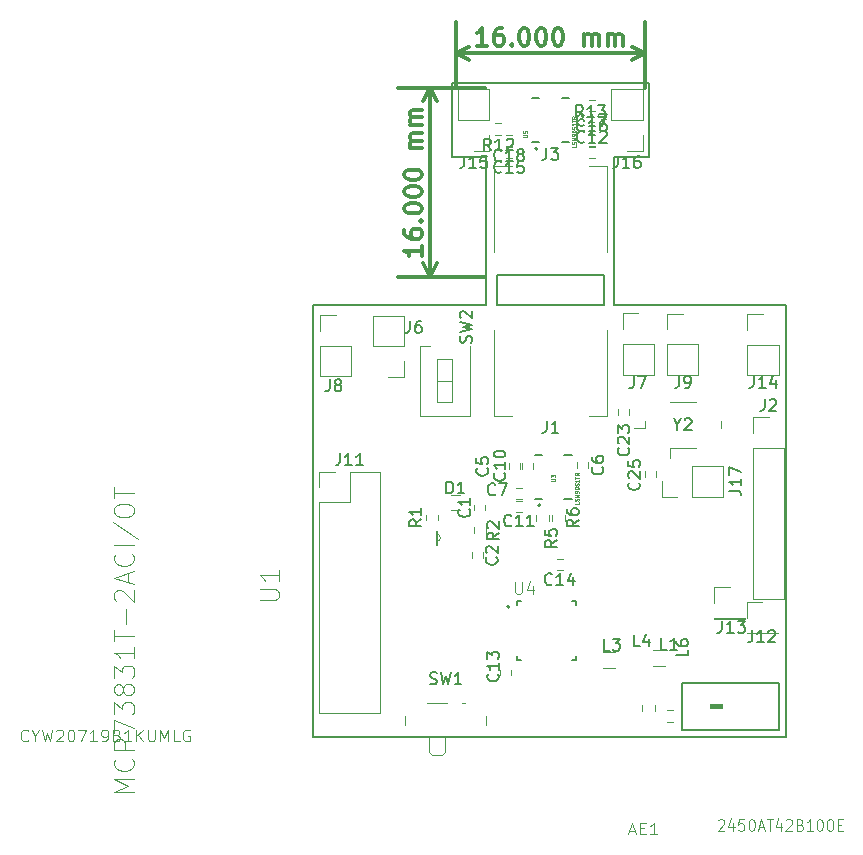
<source format=gbr>
%TF.GenerationSoftware,KiCad,Pcbnew,4.0.7*%
%TF.CreationDate,2019-02-19T19:06:54-06:00*%
%TF.ProjectId,GolfGloveMainBoardV1.0.0,476F6C66476C6F76654D61696E426F61,rev?*%
%TF.FileFunction,Legend,Top*%
%FSLAX46Y46*%
G04 Gerber Fmt 4.6, Leading zero omitted, Abs format (unit mm)*
G04 Created by KiCad (PCBNEW 4.0.7) date 02/19/19 19:06:54*
%MOMM*%
%LPD*%
G01*
G04 APERTURE LIST*
%ADD10C,0.100000*%
%ADD11C,0.150000*%
%ADD12C,0.300000*%
%ADD13C,0.200000*%
%ADD14C,0.127000*%
%ADD15C,0.120000*%
%ADD16C,0.152400*%
%ADD17C,0.050000*%
G04 APERTURE END LIST*
D10*
D11*
X118120000Y-123130000D02*
X118120000Y-125640000D01*
X127220000Y-123130000D02*
X118120000Y-123130000D01*
X127220000Y-125640000D02*
X127220000Y-123130000D01*
X118130000Y-125640000D02*
X127220000Y-125640000D01*
X102580000Y-162200000D02*
X102570000Y-162200000D01*
X102580000Y-125640000D02*
X102580000Y-162200000D01*
X117250000Y-125640000D02*
X102580000Y-125640000D01*
X117250000Y-113080000D02*
X117250000Y-125640000D01*
X114340000Y-113080000D02*
X117250000Y-113080000D01*
X114340000Y-106880000D02*
X114340000Y-113080000D01*
X130990000Y-106880000D02*
X114340000Y-106880000D01*
X130990000Y-113080000D02*
X130990000Y-106880000D01*
X128090000Y-113080000D02*
X130990000Y-113080000D01*
X128090000Y-125650000D02*
X128090000Y-113080000D01*
X142570000Y-125650000D02*
X128090000Y-125650000D01*
X142570000Y-162200000D02*
X142570000Y-125650000D01*
X102580000Y-162200000D02*
X142570000Y-162200000D01*
D12*
X111793571Y-120612142D02*
X111793571Y-121469285D01*
X111793571Y-121040713D02*
X110293571Y-121040713D01*
X110507857Y-121183570D01*
X110650714Y-121326428D01*
X110722143Y-121469285D01*
X110293571Y-119326428D02*
X110293571Y-119612142D01*
X110365000Y-119754999D01*
X110436429Y-119826428D01*
X110650714Y-119969285D01*
X110936429Y-120040714D01*
X111507857Y-120040714D01*
X111650714Y-119969285D01*
X111722143Y-119897857D01*
X111793571Y-119754999D01*
X111793571Y-119469285D01*
X111722143Y-119326428D01*
X111650714Y-119254999D01*
X111507857Y-119183571D01*
X111150714Y-119183571D01*
X111007857Y-119254999D01*
X110936429Y-119326428D01*
X110865000Y-119469285D01*
X110865000Y-119754999D01*
X110936429Y-119897857D01*
X111007857Y-119969285D01*
X111150714Y-120040714D01*
X111650714Y-118540714D02*
X111722143Y-118469286D01*
X111793571Y-118540714D01*
X111722143Y-118612143D01*
X111650714Y-118540714D01*
X111793571Y-118540714D01*
X110293571Y-117540714D02*
X110293571Y-117397857D01*
X110365000Y-117255000D01*
X110436429Y-117183571D01*
X110579286Y-117112142D01*
X110865000Y-117040714D01*
X111222143Y-117040714D01*
X111507857Y-117112142D01*
X111650714Y-117183571D01*
X111722143Y-117255000D01*
X111793571Y-117397857D01*
X111793571Y-117540714D01*
X111722143Y-117683571D01*
X111650714Y-117755000D01*
X111507857Y-117826428D01*
X111222143Y-117897857D01*
X110865000Y-117897857D01*
X110579286Y-117826428D01*
X110436429Y-117755000D01*
X110365000Y-117683571D01*
X110293571Y-117540714D01*
X110293571Y-116112143D02*
X110293571Y-115969286D01*
X110365000Y-115826429D01*
X110436429Y-115755000D01*
X110579286Y-115683571D01*
X110865000Y-115612143D01*
X111222143Y-115612143D01*
X111507857Y-115683571D01*
X111650714Y-115755000D01*
X111722143Y-115826429D01*
X111793571Y-115969286D01*
X111793571Y-116112143D01*
X111722143Y-116255000D01*
X111650714Y-116326429D01*
X111507857Y-116397857D01*
X111222143Y-116469286D01*
X110865000Y-116469286D01*
X110579286Y-116397857D01*
X110436429Y-116326429D01*
X110365000Y-116255000D01*
X110293571Y-116112143D01*
X110293571Y-114683572D02*
X110293571Y-114540715D01*
X110365000Y-114397858D01*
X110436429Y-114326429D01*
X110579286Y-114255000D01*
X110865000Y-114183572D01*
X111222143Y-114183572D01*
X111507857Y-114255000D01*
X111650714Y-114326429D01*
X111722143Y-114397858D01*
X111793571Y-114540715D01*
X111793571Y-114683572D01*
X111722143Y-114826429D01*
X111650714Y-114897858D01*
X111507857Y-114969286D01*
X111222143Y-115040715D01*
X110865000Y-115040715D01*
X110579286Y-114969286D01*
X110436429Y-114897858D01*
X110365000Y-114826429D01*
X110293571Y-114683572D01*
X111793571Y-112397858D02*
X110793571Y-112397858D01*
X110936429Y-112397858D02*
X110865000Y-112326430D01*
X110793571Y-112183572D01*
X110793571Y-111969287D01*
X110865000Y-111826430D01*
X111007857Y-111755001D01*
X111793571Y-111755001D01*
X111007857Y-111755001D02*
X110865000Y-111683572D01*
X110793571Y-111540715D01*
X110793571Y-111326430D01*
X110865000Y-111183572D01*
X111007857Y-111112144D01*
X111793571Y-111112144D01*
X111793571Y-110397858D02*
X110793571Y-110397858D01*
X110936429Y-110397858D02*
X110865000Y-110326430D01*
X110793571Y-110183572D01*
X110793571Y-109969287D01*
X110865000Y-109826430D01*
X111007857Y-109755001D01*
X111793571Y-109755001D01*
X111007857Y-109755001D02*
X110865000Y-109683572D01*
X110793571Y-109540715D01*
X110793571Y-109326430D01*
X110865000Y-109183572D01*
X111007857Y-109112144D01*
X111793571Y-109112144D01*
X112465000Y-123255000D02*
X112465000Y-107255000D01*
X117165000Y-123255000D02*
X109765000Y-123255000D01*
X117165000Y-107255000D02*
X109765000Y-107255000D01*
X112465000Y-107255000D02*
X113051421Y-108381504D01*
X112465000Y-107255000D02*
X111878579Y-108381504D01*
X112465000Y-123255000D02*
X113051421Y-122128496D01*
X112465000Y-123255000D02*
X111878579Y-122128496D01*
X117307858Y-103683571D02*
X116450715Y-103683571D01*
X116879287Y-103683571D02*
X116879287Y-102183571D01*
X116736430Y-102397857D01*
X116593572Y-102540714D01*
X116450715Y-102612143D01*
X118593572Y-102183571D02*
X118307858Y-102183571D01*
X118165001Y-102255000D01*
X118093572Y-102326429D01*
X117950715Y-102540714D01*
X117879286Y-102826429D01*
X117879286Y-103397857D01*
X117950715Y-103540714D01*
X118022143Y-103612143D01*
X118165001Y-103683571D01*
X118450715Y-103683571D01*
X118593572Y-103612143D01*
X118665001Y-103540714D01*
X118736429Y-103397857D01*
X118736429Y-103040714D01*
X118665001Y-102897857D01*
X118593572Y-102826429D01*
X118450715Y-102755000D01*
X118165001Y-102755000D01*
X118022143Y-102826429D01*
X117950715Y-102897857D01*
X117879286Y-103040714D01*
X119379286Y-103540714D02*
X119450714Y-103612143D01*
X119379286Y-103683571D01*
X119307857Y-103612143D01*
X119379286Y-103540714D01*
X119379286Y-103683571D01*
X120379286Y-102183571D02*
X120522143Y-102183571D01*
X120665000Y-102255000D01*
X120736429Y-102326429D01*
X120807858Y-102469286D01*
X120879286Y-102755000D01*
X120879286Y-103112143D01*
X120807858Y-103397857D01*
X120736429Y-103540714D01*
X120665000Y-103612143D01*
X120522143Y-103683571D01*
X120379286Y-103683571D01*
X120236429Y-103612143D01*
X120165000Y-103540714D01*
X120093572Y-103397857D01*
X120022143Y-103112143D01*
X120022143Y-102755000D01*
X120093572Y-102469286D01*
X120165000Y-102326429D01*
X120236429Y-102255000D01*
X120379286Y-102183571D01*
X121807857Y-102183571D02*
X121950714Y-102183571D01*
X122093571Y-102255000D01*
X122165000Y-102326429D01*
X122236429Y-102469286D01*
X122307857Y-102755000D01*
X122307857Y-103112143D01*
X122236429Y-103397857D01*
X122165000Y-103540714D01*
X122093571Y-103612143D01*
X121950714Y-103683571D01*
X121807857Y-103683571D01*
X121665000Y-103612143D01*
X121593571Y-103540714D01*
X121522143Y-103397857D01*
X121450714Y-103112143D01*
X121450714Y-102755000D01*
X121522143Y-102469286D01*
X121593571Y-102326429D01*
X121665000Y-102255000D01*
X121807857Y-102183571D01*
X123236428Y-102183571D02*
X123379285Y-102183571D01*
X123522142Y-102255000D01*
X123593571Y-102326429D01*
X123665000Y-102469286D01*
X123736428Y-102755000D01*
X123736428Y-103112143D01*
X123665000Y-103397857D01*
X123593571Y-103540714D01*
X123522142Y-103612143D01*
X123379285Y-103683571D01*
X123236428Y-103683571D01*
X123093571Y-103612143D01*
X123022142Y-103540714D01*
X122950714Y-103397857D01*
X122879285Y-103112143D01*
X122879285Y-102755000D01*
X122950714Y-102469286D01*
X123022142Y-102326429D01*
X123093571Y-102255000D01*
X123236428Y-102183571D01*
X125522142Y-103683571D02*
X125522142Y-102683571D01*
X125522142Y-102826429D02*
X125593570Y-102755000D01*
X125736428Y-102683571D01*
X125950713Y-102683571D01*
X126093570Y-102755000D01*
X126164999Y-102897857D01*
X126164999Y-103683571D01*
X126164999Y-102897857D02*
X126236428Y-102755000D01*
X126379285Y-102683571D01*
X126593570Y-102683571D01*
X126736428Y-102755000D01*
X126807856Y-102897857D01*
X126807856Y-103683571D01*
X127522142Y-103683571D02*
X127522142Y-102683571D01*
X127522142Y-102826429D02*
X127593570Y-102755000D01*
X127736428Y-102683571D01*
X127950713Y-102683571D01*
X128093570Y-102755000D01*
X128164999Y-102897857D01*
X128164999Y-103683571D01*
X128164999Y-102897857D02*
X128236428Y-102755000D01*
X128379285Y-102683571D01*
X128593570Y-102683571D01*
X128736428Y-102755000D01*
X128807856Y-102897857D01*
X128807856Y-103683571D01*
X114665000Y-104355000D02*
X130665000Y-104355000D01*
X114665000Y-107255000D02*
X114665000Y-101655000D01*
X130665000Y-107255000D02*
X130665000Y-101655000D01*
X130665000Y-104355000D02*
X129538496Y-104941421D01*
X130665000Y-104355000D02*
X129538496Y-103768579D01*
X114665000Y-104355000D02*
X115791504Y-104941421D01*
X114665000Y-104355000D02*
X115791504Y-103768579D01*
D13*
X142037500Y-161612500D02*
X137587500Y-161612500D01*
X142037500Y-157612500D02*
X137437500Y-157612500D01*
X142037500Y-159462500D02*
X142037500Y-157612500D01*
X142037500Y-159362500D02*
X142037500Y-161612500D01*
X133837500Y-161612500D02*
X133837500Y-158637500D01*
X137612500Y-161612500D02*
X133837500Y-161612500D01*
X137512500Y-157612500D02*
X133837500Y-157612500D01*
X133837500Y-158637500D02*
X133837500Y-157612500D01*
X119180000Y-151205000D02*
G75*
G03X119180000Y-151205000I-100000J0D01*
G01*
D14*
X124850000Y-155725000D02*
X124500000Y-155725000D01*
X124850000Y-150725000D02*
X124500000Y-150725000D01*
X119850000Y-155725000D02*
X120200000Y-155725000D01*
X119850000Y-150725000D02*
X120200000Y-150725000D01*
X124850000Y-155725000D02*
X124850000Y-155375000D01*
X124850000Y-150725000D02*
X124850000Y-151075000D01*
X119850000Y-155725000D02*
X119850000Y-155375000D01*
X119850000Y-150725000D02*
X119850000Y-151075000D01*
D15*
X125915000Y-113885000D02*
X127415000Y-113885000D01*
X127415000Y-113885000D02*
X127415000Y-121145000D01*
X117915000Y-113885000D02*
X117915000Y-121145000D01*
X117915000Y-113885000D02*
X119415000Y-113885000D01*
X130495000Y-107385000D02*
X127835000Y-107385000D01*
X130495000Y-109985000D02*
X130495000Y-107385000D01*
X127835000Y-109985000D02*
X127835000Y-107385000D01*
X130495000Y-109985000D02*
X127835000Y-109985000D01*
X130495000Y-111255000D02*
X130495000Y-112585000D01*
X130495000Y-112585000D02*
X129165000Y-112585000D01*
X129710000Y-136100000D02*
X130710000Y-136100000D01*
X130710000Y-136100000D02*
X130710000Y-135500000D01*
X137110000Y-135500000D02*
X137110000Y-136100000D01*
X132810000Y-133850000D02*
X135010000Y-133850000D01*
X135010000Y-137750000D02*
X132810000Y-137750000D01*
X132810000Y-137750000D02*
X132810000Y-138600000D01*
X119425000Y-135020000D02*
X117925000Y-135020000D01*
X117925000Y-135020000D02*
X117925000Y-127760000D01*
X127425000Y-135020000D02*
X127425000Y-127760000D01*
X127425000Y-135020000D02*
X125925000Y-135020000D01*
D13*
X121565000Y-112405000D02*
G75*
G03X121565000Y-112405000I-100000J0D01*
G01*
D14*
X121085000Y-111865000D02*
X121725000Y-111865000D01*
X121085000Y-108145000D02*
X121725000Y-108145000D01*
X124245000Y-111865000D02*
X123605000Y-111865000D01*
X124245000Y-108145000D02*
X123605000Y-108145000D01*
D10*
G36*
X136134420Y-159412500D02*
X137237500Y-159412500D01*
X137237500Y-159812842D01*
X136134420Y-159812842D01*
X136134420Y-159412500D01*
G37*
D15*
X116227500Y-142542500D02*
X116227500Y-143042500D01*
X117167500Y-143042500D02*
X117167500Y-142542500D01*
X116942500Y-147092500D02*
X116942500Y-146592500D01*
X116002500Y-146592500D02*
X116002500Y-147092500D01*
X120080000Y-139550000D02*
X120080000Y-139050000D01*
X119140000Y-139050000D02*
X119140000Y-139550000D01*
X124940000Y-138950000D02*
X124940000Y-139450000D01*
X125880000Y-139450000D02*
X125880000Y-138950000D01*
X120260000Y-141130000D02*
X119760000Y-141130000D01*
X119760000Y-142070000D02*
X120260000Y-142070000D01*
X121180000Y-139550000D02*
X121180000Y-139050000D01*
X120240000Y-139050000D02*
X120240000Y-139550000D01*
X119760000Y-143170000D02*
X120260000Y-143170000D01*
X120260000Y-142230000D02*
X119760000Y-142230000D01*
X126415000Y-112285000D02*
X125915000Y-112285000D01*
X125915000Y-113225000D02*
X126415000Y-113225000D01*
X119305000Y-157015000D02*
X119305000Y-156515000D01*
X118365000Y-156515000D02*
X118365000Y-157015000D01*
X123190000Y-148110000D02*
X123690000Y-148110000D01*
X123690000Y-147170000D02*
X123190000Y-147170000D01*
X118915000Y-113225000D02*
X119415000Y-113225000D01*
X119415000Y-112285000D02*
X118915000Y-112285000D01*
X126415000Y-111285000D02*
X125915000Y-111285000D01*
X125915000Y-112225000D02*
X126415000Y-112225000D01*
X125915000Y-109225000D02*
X126415000Y-109225000D01*
X126415000Y-108285000D02*
X125915000Y-108285000D01*
X118915000Y-112225000D02*
X119415000Y-112225000D01*
X119415000Y-111285000D02*
X118915000Y-111285000D01*
X129300000Y-134970000D02*
X129300000Y-134470000D01*
X128360000Y-134470000D02*
X128360000Y-134970000D01*
X131620000Y-140210000D02*
X131620000Y-139710000D01*
X130680000Y-139710000D02*
X130680000Y-140210000D01*
X114972500Y-142967500D02*
X114272500Y-142967500D01*
X114272500Y-141767500D02*
X114972500Y-141767500D01*
X139810000Y-150520000D02*
X142470000Y-150520000D01*
X139810000Y-137760000D02*
X139810000Y-150520000D01*
X142470000Y-137760000D02*
X142470000Y-150520000D01*
X139810000Y-137760000D02*
X142470000Y-137760000D01*
X139810000Y-136490000D02*
X139810000Y-135160000D01*
X139810000Y-135160000D02*
X141140000Y-135160000D01*
X110270000Y-126540000D02*
X107610000Y-126540000D01*
X110270000Y-129140000D02*
X110270000Y-126540000D01*
X107610000Y-129140000D02*
X107610000Y-126540000D01*
X110270000Y-129140000D02*
X107610000Y-129140000D01*
X110270000Y-130410000D02*
X110270000Y-131740000D01*
X110270000Y-131740000D02*
X108940000Y-131740000D01*
X128790000Y-131560000D02*
X131450000Y-131560000D01*
X128790000Y-128960000D02*
X128790000Y-131560000D01*
X131450000Y-128960000D02*
X131450000Y-131560000D01*
X128790000Y-128960000D02*
X131450000Y-128960000D01*
X128790000Y-127690000D02*
X128790000Y-126360000D01*
X128790000Y-126360000D02*
X130120000Y-126360000D01*
X103160000Y-131700000D02*
X105820000Y-131700000D01*
X103160000Y-129100000D02*
X103160000Y-131700000D01*
X105820000Y-129100000D02*
X105820000Y-131700000D01*
X103160000Y-129100000D02*
X105820000Y-129100000D01*
X103160000Y-127830000D02*
X103160000Y-126500000D01*
X103160000Y-126500000D02*
X104490000Y-126500000D01*
X132530000Y-131580000D02*
X135190000Y-131580000D01*
X132530000Y-128980000D02*
X132530000Y-131580000D01*
X135190000Y-128980000D02*
X135190000Y-131580000D01*
X132530000Y-128980000D02*
X135190000Y-128980000D01*
X132530000Y-127710000D02*
X132530000Y-126380000D01*
X132530000Y-126380000D02*
X133860000Y-126380000D01*
X103060000Y-160190000D02*
X108260000Y-160190000D01*
X103060000Y-142350000D02*
X103060000Y-160190000D01*
X108260000Y-139750000D02*
X108260000Y-160190000D01*
X103060000Y-142350000D02*
X105660000Y-142350000D01*
X105660000Y-142350000D02*
X105660000Y-139750000D01*
X105660000Y-139750000D02*
X108260000Y-139750000D01*
X103060000Y-141080000D02*
X103060000Y-139750000D01*
X103060000Y-139750000D02*
X104390000Y-139750000D01*
X139270000Y-153450000D02*
X141930000Y-153450000D01*
X139270000Y-153390000D02*
X139270000Y-153450000D01*
X141930000Y-153390000D02*
X141930000Y-153450000D01*
X139270000Y-153390000D02*
X141930000Y-153390000D01*
X139270000Y-152120000D02*
X139270000Y-150790000D01*
X139270000Y-150790000D02*
X140600000Y-150790000D01*
X136520000Y-152220000D02*
X139180000Y-152220000D01*
X136520000Y-152160000D02*
X136520000Y-152220000D01*
X139180000Y-152160000D02*
X139180000Y-152220000D01*
X136520000Y-152160000D02*
X139180000Y-152160000D01*
X136520000Y-150890000D02*
X136520000Y-149560000D01*
X136520000Y-149560000D02*
X137850000Y-149560000D01*
X139350000Y-131600000D02*
X142010000Y-131600000D01*
X139350000Y-129000000D02*
X139350000Y-131600000D01*
X142010000Y-129000000D02*
X142010000Y-131600000D01*
X139350000Y-129000000D02*
X142010000Y-129000000D01*
X139350000Y-127730000D02*
X139350000Y-126400000D01*
X139350000Y-126400000D02*
X140680000Y-126400000D01*
X117495000Y-107385000D02*
X114835000Y-107385000D01*
X117495000Y-109985000D02*
X117495000Y-107385000D01*
X114835000Y-109985000D02*
X114835000Y-107385000D01*
X117495000Y-109985000D02*
X114835000Y-109985000D01*
X117495000Y-111255000D02*
X117495000Y-112585000D01*
X117495000Y-112585000D02*
X116165000Y-112585000D01*
X137290000Y-141900000D02*
X137290000Y-139240000D01*
X134690000Y-141900000D02*
X137290000Y-141900000D01*
X134690000Y-139240000D02*
X137290000Y-139240000D01*
X134690000Y-141900000D02*
X134690000Y-139240000D01*
X133420000Y-141900000D02*
X132090000Y-141900000D01*
X132090000Y-141900000D02*
X132090000Y-140570000D01*
X133050000Y-159920000D02*
X132550000Y-159920000D01*
X132550000Y-160980000D02*
X133050000Y-160980000D01*
X127100000Y-155020000D02*
X128100000Y-155020000D01*
X128100000Y-156380000D02*
X127100000Y-156380000D01*
X131375000Y-154870000D02*
X132375000Y-154870000D01*
X132375000Y-156230000D02*
X131375000Y-156230000D01*
X131480000Y-160050000D02*
X131480000Y-159550000D01*
X130420000Y-159550000D02*
X130420000Y-160050000D01*
X112092500Y-143392500D02*
X112092500Y-143892500D01*
X113152500Y-143892500D02*
X113152500Y-143392500D01*
X116192500Y-144442500D02*
X116192500Y-144942500D01*
X117252500Y-144942500D02*
X117252500Y-144442500D01*
X122540000Y-143950000D02*
X122540000Y-143450000D01*
X121480000Y-143450000D02*
X121480000Y-143950000D01*
X123890000Y-143950000D02*
X123890000Y-143450000D01*
X122830000Y-143450000D02*
X122830000Y-143950000D01*
X118015000Y-111285000D02*
X118515000Y-111285000D01*
X118515000Y-110225000D02*
X118015000Y-110225000D01*
X126315000Y-110125000D02*
X125815000Y-110125000D01*
X125815000Y-111185000D02*
X126315000Y-111185000D01*
X115200000Y-159380000D02*
X115400000Y-159380000D01*
X112400000Y-163520000D02*
X112600000Y-163730000D01*
X113700000Y-163520000D02*
X113500000Y-163730000D01*
X112400000Y-162230000D02*
X112400000Y-163520000D01*
X112600000Y-163730000D02*
X113500000Y-163730000D01*
X113700000Y-163520000D02*
X113700000Y-162230000D01*
X110950000Y-162230000D02*
X116650000Y-162230000D01*
X112200000Y-159380000D02*
X113900000Y-159380000D01*
X110350000Y-160430000D02*
X110350000Y-161220000D01*
X117250000Y-161220000D02*
X117250000Y-160430000D01*
X115840000Y-129095000D02*
X115840000Y-135025000D01*
X115840000Y-135025000D02*
X111620000Y-135025000D01*
X111620000Y-135025000D02*
X111620000Y-129095000D01*
X111620000Y-129095000D02*
X112460000Y-129095000D01*
X114365000Y-130250000D02*
X113095000Y-130250000D01*
X113095000Y-130250000D02*
X113095000Y-133870000D01*
X113095000Y-133870000D02*
X114365000Y-133870000D01*
X114365000Y-133870000D02*
X114365000Y-130250000D01*
X114365000Y-132060000D02*
X113095000Y-132060000D01*
D16*
X113048100Y-144757900D02*
X113048100Y-145062700D01*
X113048100Y-145062700D02*
X113048100Y-145672300D01*
X113048100Y-145672300D02*
X113048100Y-145977100D01*
D10*
X113048100Y-145062700D02*
G75*
G02X113048100Y-145672300I0J-304800D01*
G01*
D13*
X121810000Y-142600000D02*
G75*
G03X121810000Y-142600000I-100000J0D01*
G01*
D14*
X121330000Y-142060000D02*
X121970000Y-142060000D01*
X121330000Y-138340000D02*
X121970000Y-138340000D01*
X124490000Y-142060000D02*
X123850000Y-142060000D01*
X124490000Y-138340000D02*
X123850000Y-138340000D01*
D17*
X119687440Y-149101910D02*
X119687440Y-149912130D01*
X119735100Y-150007450D01*
X119782760Y-150055110D01*
X119878080Y-150102770D01*
X120068720Y-150102770D01*
X120164040Y-150055110D01*
X120211700Y-150007450D01*
X120259360Y-149912130D01*
X120259360Y-149101910D01*
X121164900Y-149435530D02*
X121164900Y-150102770D01*
X120926600Y-149054250D02*
X120688300Y-149769150D01*
X121307880Y-149769150D01*
X78448846Y-162507336D02*
X78401201Y-162554980D01*
X78258267Y-162602625D01*
X78162977Y-162602625D01*
X78020043Y-162554980D01*
X77924754Y-162459691D01*
X77877109Y-162364401D01*
X77829464Y-162173822D01*
X77829464Y-162030888D01*
X77877109Y-161840309D01*
X77924754Y-161745020D01*
X78020043Y-161649730D01*
X78162977Y-161602085D01*
X78258267Y-161602085D01*
X78401201Y-161649730D01*
X78448846Y-161697375D01*
X79068228Y-162126178D02*
X79068228Y-162602625D01*
X78734715Y-161602085D02*
X79068228Y-162126178D01*
X79401741Y-161602085D01*
X79639965Y-161602085D02*
X79878189Y-162602625D01*
X80068768Y-161887954D01*
X80259347Y-162602625D01*
X80497571Y-161602085D01*
X80831084Y-161697375D02*
X80878729Y-161649730D01*
X80974018Y-161602085D01*
X81212242Y-161602085D01*
X81307532Y-161649730D01*
X81355176Y-161697375D01*
X81402821Y-161792664D01*
X81402821Y-161887954D01*
X81355176Y-162030888D01*
X80783439Y-162602625D01*
X81402821Y-162602625D01*
X82022203Y-161602085D02*
X82117492Y-161602085D01*
X82212782Y-161649730D01*
X82260427Y-161697375D01*
X82308071Y-161792664D01*
X82355716Y-161983243D01*
X82355716Y-162221467D01*
X82308071Y-162412046D01*
X82260427Y-162507336D01*
X82212782Y-162554980D01*
X82117492Y-162602625D01*
X82022203Y-162602625D01*
X81926913Y-162554980D01*
X81879269Y-162507336D01*
X81831624Y-162412046D01*
X81783979Y-162221467D01*
X81783979Y-161983243D01*
X81831624Y-161792664D01*
X81879269Y-161697375D01*
X81926913Y-161649730D01*
X82022203Y-161602085D01*
X82689229Y-161602085D02*
X83356256Y-161602085D01*
X82927453Y-162602625D01*
X84261506Y-162602625D02*
X83689769Y-162602625D01*
X83975638Y-162602625D02*
X83975638Y-161602085D01*
X83880348Y-161745020D01*
X83785059Y-161840309D01*
X83689769Y-161887954D01*
X84737954Y-162602625D02*
X84928533Y-162602625D01*
X85023822Y-162554980D01*
X85071467Y-162507336D01*
X85166756Y-162364401D01*
X85214401Y-162173822D01*
X85214401Y-161792664D01*
X85166756Y-161697375D01*
X85119112Y-161649730D01*
X85023822Y-161602085D01*
X84833243Y-161602085D01*
X84737954Y-161649730D01*
X84690309Y-161697375D01*
X84642664Y-161792664D01*
X84642664Y-162030888D01*
X84690309Y-162126178D01*
X84737954Y-162173822D01*
X84833243Y-162221467D01*
X85023822Y-162221467D01*
X85119112Y-162173822D01*
X85166756Y-162126178D01*
X85214401Y-162030888D01*
X85976717Y-162078533D02*
X86119651Y-162126178D01*
X86167296Y-162173822D01*
X86214941Y-162269112D01*
X86214941Y-162412046D01*
X86167296Y-162507336D01*
X86119651Y-162554980D01*
X86024362Y-162602625D01*
X85643204Y-162602625D01*
X85643204Y-161602085D01*
X85976717Y-161602085D01*
X86072007Y-161649730D01*
X86119651Y-161697375D01*
X86167296Y-161792664D01*
X86167296Y-161887954D01*
X86119651Y-161983243D01*
X86072007Y-162030888D01*
X85976717Y-162078533D01*
X85643204Y-162078533D01*
X87167836Y-162602625D02*
X86596099Y-162602625D01*
X86881968Y-162602625D02*
X86881968Y-161602085D01*
X86786678Y-161745020D01*
X86691389Y-161840309D01*
X86596099Y-161887954D01*
X87596639Y-162602625D02*
X87596639Y-161602085D01*
X88168376Y-162602625D02*
X87739573Y-162030888D01*
X88168376Y-161602085D02*
X87596639Y-162173822D01*
X88597179Y-161602085D02*
X88597179Y-162412046D01*
X88644824Y-162507336D01*
X88692468Y-162554980D01*
X88787758Y-162602625D01*
X88978337Y-162602625D01*
X89073626Y-162554980D01*
X89121271Y-162507336D01*
X89168916Y-162412046D01*
X89168916Y-161602085D01*
X89645364Y-162602625D02*
X89645364Y-161602085D01*
X89978877Y-162316757D01*
X90312390Y-161602085D01*
X90312390Y-162602625D01*
X91265285Y-162602625D02*
X90788838Y-162602625D01*
X90788838Y-161602085D01*
X92122891Y-161649730D02*
X92027602Y-161602085D01*
X91884667Y-161602085D01*
X91741733Y-161649730D01*
X91646444Y-161745020D01*
X91598799Y-161840309D01*
X91551154Y-162030888D01*
X91551154Y-162173822D01*
X91598799Y-162364401D01*
X91646444Y-162459691D01*
X91741733Y-162554980D01*
X91884667Y-162602625D01*
X91979957Y-162602625D01*
X92122891Y-162554980D01*
X92170536Y-162507336D01*
X92170536Y-162173822D01*
X91979957Y-162173822D01*
D11*
X122331667Y-112347381D02*
X122331667Y-113061667D01*
X122284047Y-113204524D01*
X122188809Y-113299762D01*
X122045952Y-113347381D01*
X121950714Y-113347381D01*
X122712619Y-112347381D02*
X123331667Y-112347381D01*
X122998333Y-112728333D01*
X123141191Y-112728333D01*
X123236429Y-112775952D01*
X123284048Y-112823571D01*
X123331667Y-112918810D01*
X123331667Y-113156905D01*
X123284048Y-113252143D01*
X123236429Y-113299762D01*
X123141191Y-113347381D01*
X122855476Y-113347381D01*
X122760238Y-113299762D01*
X122712619Y-113252143D01*
X128355477Y-113037381D02*
X128355477Y-113751667D01*
X128307857Y-113894524D01*
X128212619Y-113989762D01*
X128069762Y-114037381D01*
X127974524Y-114037381D01*
X129355477Y-114037381D02*
X128784048Y-114037381D01*
X129069762Y-114037381D02*
X129069762Y-113037381D01*
X128974524Y-113180238D01*
X128879286Y-113275476D01*
X128784048Y-113323095D01*
X130212620Y-113037381D02*
X130022143Y-113037381D01*
X129926905Y-113085000D01*
X129879286Y-113132619D01*
X129784048Y-113275476D01*
X129736429Y-113465952D01*
X129736429Y-113846905D01*
X129784048Y-113942143D01*
X129831667Y-113989762D01*
X129926905Y-114037381D01*
X130117382Y-114037381D01*
X130212620Y-113989762D01*
X130260239Y-113942143D01*
X130307858Y-113846905D01*
X130307858Y-113608810D01*
X130260239Y-113513571D01*
X130212620Y-113465952D01*
X130117382Y-113418333D01*
X129926905Y-113418333D01*
X129831667Y-113465952D01*
X129784048Y-113513571D01*
X129736429Y-113608810D01*
X133423809Y-135776190D02*
X133423809Y-136252381D01*
X133090476Y-135252381D02*
X133423809Y-135776190D01*
X133757143Y-135252381D01*
X134042857Y-135347619D02*
X134090476Y-135300000D01*
X134185714Y-135252381D01*
X134423810Y-135252381D01*
X134519048Y-135300000D01*
X134566667Y-135347619D01*
X134614286Y-135442857D01*
X134614286Y-135538095D01*
X134566667Y-135680952D01*
X133995238Y-136252381D01*
X134614286Y-136252381D01*
X122341667Y-135462381D02*
X122341667Y-136176667D01*
X122294047Y-136319524D01*
X122198809Y-136414762D01*
X122055952Y-136462381D01*
X121960714Y-136462381D01*
X123341667Y-136462381D02*
X122770238Y-136462381D01*
X123055952Y-136462381D02*
X123055952Y-135462381D01*
X122960714Y-135605238D01*
X122865476Y-135700476D01*
X122770238Y-135748095D01*
D17*
X120382889Y-111438313D02*
X120642355Y-111438313D01*
X120672880Y-111423050D01*
X120688143Y-111407787D01*
X120703405Y-111377262D01*
X120703405Y-111316211D01*
X120688143Y-111285686D01*
X120672880Y-111270423D01*
X120642355Y-111255161D01*
X120382889Y-111255161D01*
X120382889Y-110949907D02*
X120382889Y-111102534D01*
X120535516Y-111117796D01*
X120520253Y-111102534D01*
X120504991Y-111072008D01*
X120504991Y-110995695D01*
X120520253Y-110965170D01*
X120535516Y-110949907D01*
X120566041Y-110934644D01*
X120642355Y-110934644D01*
X120672880Y-110949907D01*
X120688143Y-110965170D01*
X120703405Y-110995695D01*
X120703405Y-111072008D01*
X120688143Y-111102534D01*
X120672880Y-111117796D01*
X124808278Y-112125934D02*
X124808278Y-112278437D01*
X124488022Y-112278437D01*
X124793027Y-112034432D02*
X124808278Y-111988681D01*
X124808278Y-111912430D01*
X124793027Y-111881929D01*
X124777777Y-111866679D01*
X124747277Y-111851428D01*
X124716776Y-111851428D01*
X124686275Y-111866679D01*
X124671025Y-111881929D01*
X124655775Y-111912430D01*
X124640525Y-111973431D01*
X124625274Y-112003931D01*
X124610024Y-112019182D01*
X124579523Y-112034432D01*
X124549023Y-112034432D01*
X124518522Y-112019182D01*
X124503272Y-112003931D01*
X124488022Y-111973431D01*
X124488022Y-111897179D01*
X124503272Y-111851428D01*
X124808278Y-111714176D02*
X124488022Y-111714176D01*
X124716776Y-111607424D01*
X124488022Y-111500672D01*
X124808278Y-111500672D01*
X124808278Y-111332918D02*
X124808278Y-111271917D01*
X124793027Y-111241417D01*
X124777777Y-111226166D01*
X124732026Y-111195666D01*
X124671025Y-111180415D01*
X124549023Y-111180415D01*
X124518522Y-111195666D01*
X124503272Y-111210916D01*
X124488022Y-111241417D01*
X124488022Y-111302418D01*
X124503272Y-111332918D01*
X124518522Y-111348169D01*
X124549023Y-111363419D01*
X124625274Y-111363419D01*
X124655775Y-111348169D01*
X124671025Y-111332918D01*
X124686275Y-111302418D01*
X124686275Y-111241417D01*
X124671025Y-111210916D01*
X124655775Y-111195666D01*
X124625274Y-111180415D01*
X124808278Y-111043163D02*
X124488022Y-111043163D01*
X124488022Y-110966911D01*
X124503272Y-110921160D01*
X124533773Y-110890660D01*
X124564273Y-110875409D01*
X124625274Y-110860159D01*
X124671025Y-110860159D01*
X124732026Y-110875409D01*
X124762527Y-110890660D01*
X124793027Y-110921160D01*
X124808278Y-110966911D01*
X124808278Y-111043163D01*
X124793027Y-110738157D02*
X124808278Y-110692406D01*
X124808278Y-110616155D01*
X124793027Y-110585654D01*
X124777777Y-110570404D01*
X124747277Y-110555153D01*
X124716776Y-110555153D01*
X124686275Y-110570404D01*
X124671025Y-110585654D01*
X124655775Y-110616155D01*
X124640525Y-110677156D01*
X124625274Y-110707656D01*
X124610024Y-110722907D01*
X124579523Y-110738157D01*
X124549023Y-110738157D01*
X124518522Y-110722907D01*
X124503272Y-110707656D01*
X124488022Y-110677156D01*
X124488022Y-110600904D01*
X124503272Y-110555153D01*
X124808278Y-110250147D02*
X124808278Y-110433151D01*
X124808278Y-110341649D02*
X124488022Y-110341649D01*
X124533773Y-110372150D01*
X124564273Y-110402650D01*
X124579523Y-110433151D01*
X124488022Y-110158645D02*
X124488022Y-109975642D01*
X124808278Y-110067144D02*
X124488022Y-110067144D01*
X124808278Y-109685886D02*
X124655775Y-109792638D01*
X124808278Y-109868890D02*
X124488022Y-109868890D01*
X124488022Y-109746887D01*
X124503272Y-109716387D01*
X124518522Y-109701136D01*
X124549023Y-109685886D01*
X124594774Y-109685886D01*
X124625274Y-109701136D01*
X124640525Y-109716387D01*
X124655775Y-109746887D01*
X124655775Y-109868890D01*
X129369876Y-170179303D02*
X129846457Y-170179303D01*
X129274560Y-170465252D02*
X129608167Y-169464432D01*
X129941774Y-170465252D01*
X130275380Y-169941013D02*
X130608987Y-169941013D01*
X130751961Y-170465252D02*
X130275380Y-170465252D01*
X130275380Y-169464432D01*
X130751961Y-169464432D01*
X131705124Y-170465252D02*
X131133226Y-170465252D01*
X131419175Y-170465252D02*
X131419175Y-169464432D01*
X131323859Y-169607406D01*
X131228543Y-169702722D01*
X131133226Y-169750380D01*
X136866071Y-169260119D02*
X136908928Y-169212500D01*
X136994642Y-169164881D01*
X137208928Y-169164881D01*
X137294642Y-169212500D01*
X137337499Y-169260119D01*
X137380356Y-169355357D01*
X137380356Y-169450595D01*
X137337499Y-169593452D01*
X136823213Y-170164881D01*
X137380356Y-170164881D01*
X138151785Y-169498214D02*
X138151785Y-170164881D01*
X137937499Y-169117262D02*
X137723214Y-169831548D01*
X138280356Y-169831548D01*
X139051785Y-169164881D02*
X138623214Y-169164881D01*
X138580357Y-169641071D01*
X138623214Y-169593452D01*
X138708928Y-169545833D01*
X138923214Y-169545833D01*
X139008928Y-169593452D01*
X139051785Y-169641071D01*
X139094642Y-169736310D01*
X139094642Y-169974405D01*
X139051785Y-170069643D01*
X139008928Y-170117262D01*
X138923214Y-170164881D01*
X138708928Y-170164881D01*
X138623214Y-170117262D01*
X138580357Y-170069643D01*
X139651785Y-169164881D02*
X139737500Y-169164881D01*
X139823214Y-169212500D01*
X139866071Y-169260119D01*
X139908928Y-169355357D01*
X139951785Y-169545833D01*
X139951785Y-169783929D01*
X139908928Y-169974405D01*
X139866071Y-170069643D01*
X139823214Y-170117262D01*
X139737500Y-170164881D01*
X139651785Y-170164881D01*
X139566071Y-170117262D01*
X139523214Y-170069643D01*
X139480357Y-169974405D01*
X139437500Y-169783929D01*
X139437500Y-169545833D01*
X139480357Y-169355357D01*
X139523214Y-169260119D01*
X139566071Y-169212500D01*
X139651785Y-169164881D01*
X140294643Y-169879167D02*
X140723214Y-169879167D01*
X140208928Y-170164881D02*
X140508928Y-169164881D01*
X140808928Y-170164881D01*
X140980357Y-169164881D02*
X141494643Y-169164881D01*
X141237500Y-170164881D02*
X141237500Y-169164881D01*
X142180357Y-169498214D02*
X142180357Y-170164881D01*
X141966071Y-169117262D02*
X141751786Y-169831548D01*
X142308928Y-169831548D01*
X142608929Y-169260119D02*
X142651786Y-169212500D01*
X142737500Y-169164881D01*
X142951786Y-169164881D01*
X143037500Y-169212500D01*
X143080357Y-169260119D01*
X143123214Y-169355357D01*
X143123214Y-169450595D01*
X143080357Y-169593452D01*
X142566071Y-170164881D01*
X143123214Y-170164881D01*
X143808929Y-169641071D02*
X143937500Y-169688690D01*
X143980357Y-169736310D01*
X144023214Y-169831548D01*
X144023214Y-169974405D01*
X143980357Y-170069643D01*
X143937500Y-170117262D01*
X143851786Y-170164881D01*
X143508929Y-170164881D01*
X143508929Y-169164881D01*
X143808929Y-169164881D01*
X143894643Y-169212500D01*
X143937500Y-169260119D01*
X143980357Y-169355357D01*
X143980357Y-169450595D01*
X143937500Y-169545833D01*
X143894643Y-169593452D01*
X143808929Y-169641071D01*
X143508929Y-169641071D01*
X144880357Y-170164881D02*
X144366072Y-170164881D01*
X144623214Y-170164881D02*
X144623214Y-169164881D01*
X144537500Y-169307738D01*
X144451786Y-169402976D01*
X144366072Y-169450595D01*
X145437500Y-169164881D02*
X145523215Y-169164881D01*
X145608929Y-169212500D01*
X145651786Y-169260119D01*
X145694643Y-169355357D01*
X145737500Y-169545833D01*
X145737500Y-169783929D01*
X145694643Y-169974405D01*
X145651786Y-170069643D01*
X145608929Y-170117262D01*
X145523215Y-170164881D01*
X145437500Y-170164881D01*
X145351786Y-170117262D01*
X145308929Y-170069643D01*
X145266072Y-169974405D01*
X145223215Y-169783929D01*
X145223215Y-169545833D01*
X145266072Y-169355357D01*
X145308929Y-169260119D01*
X145351786Y-169212500D01*
X145437500Y-169164881D01*
X146294643Y-169164881D02*
X146380358Y-169164881D01*
X146466072Y-169212500D01*
X146508929Y-169260119D01*
X146551786Y-169355357D01*
X146594643Y-169545833D01*
X146594643Y-169783929D01*
X146551786Y-169974405D01*
X146508929Y-170069643D01*
X146466072Y-170117262D01*
X146380358Y-170164881D01*
X146294643Y-170164881D01*
X146208929Y-170117262D01*
X146166072Y-170069643D01*
X146123215Y-169974405D01*
X146080358Y-169783929D01*
X146080358Y-169545833D01*
X146123215Y-169355357D01*
X146166072Y-169260119D01*
X146208929Y-169212500D01*
X146294643Y-169164881D01*
X146980358Y-169641071D02*
X147280358Y-169641071D01*
X147408929Y-170164881D02*
X146980358Y-170164881D01*
X146980358Y-169164881D01*
X147408929Y-169164881D01*
D11*
X115784643Y-142959166D02*
X115832262Y-143006785D01*
X115879881Y-143149642D01*
X115879881Y-143244880D01*
X115832262Y-143387738D01*
X115737024Y-143482976D01*
X115641786Y-143530595D01*
X115451310Y-143578214D01*
X115308452Y-143578214D01*
X115117976Y-143530595D01*
X115022738Y-143482976D01*
X114927500Y-143387738D01*
X114879881Y-143244880D01*
X114879881Y-143149642D01*
X114927500Y-143006785D01*
X114975119Y-142959166D01*
X115879881Y-142006785D02*
X115879881Y-142578214D01*
X115879881Y-142292500D02*
X114879881Y-142292500D01*
X115022738Y-142387738D01*
X115117976Y-142482976D01*
X115165595Y-142578214D01*
X118099643Y-147009166D02*
X118147262Y-147056785D01*
X118194881Y-147199642D01*
X118194881Y-147294880D01*
X118147262Y-147437738D01*
X118052024Y-147532976D01*
X117956786Y-147580595D01*
X117766310Y-147628214D01*
X117623452Y-147628214D01*
X117432976Y-147580595D01*
X117337738Y-147532976D01*
X117242500Y-147437738D01*
X117194881Y-147294880D01*
X117194881Y-147199642D01*
X117242500Y-147056785D01*
X117290119Y-147009166D01*
X117290119Y-146628214D02*
X117242500Y-146580595D01*
X117194881Y-146485357D01*
X117194881Y-146247261D01*
X117242500Y-146152023D01*
X117290119Y-146104404D01*
X117385357Y-146056785D01*
X117480595Y-146056785D01*
X117623452Y-146104404D01*
X118194881Y-146675833D01*
X118194881Y-146056785D01*
X117307143Y-139466666D02*
X117354762Y-139514285D01*
X117402381Y-139657142D01*
X117402381Y-139752380D01*
X117354762Y-139895238D01*
X117259524Y-139990476D01*
X117164286Y-140038095D01*
X116973810Y-140085714D01*
X116830952Y-140085714D01*
X116640476Y-140038095D01*
X116545238Y-139990476D01*
X116450000Y-139895238D01*
X116402381Y-139752380D01*
X116402381Y-139657142D01*
X116450000Y-139514285D01*
X116497619Y-139466666D01*
X116402381Y-138561904D02*
X116402381Y-139038095D01*
X116878571Y-139085714D01*
X116830952Y-139038095D01*
X116783333Y-138942857D01*
X116783333Y-138704761D01*
X116830952Y-138609523D01*
X116878571Y-138561904D01*
X116973810Y-138514285D01*
X117211905Y-138514285D01*
X117307143Y-138561904D01*
X117354762Y-138609523D01*
X117402381Y-138704761D01*
X117402381Y-138942857D01*
X117354762Y-139038095D01*
X117307143Y-139085714D01*
X127057143Y-139366666D02*
X127104762Y-139414285D01*
X127152381Y-139557142D01*
X127152381Y-139652380D01*
X127104762Y-139795238D01*
X127009524Y-139890476D01*
X126914286Y-139938095D01*
X126723810Y-139985714D01*
X126580952Y-139985714D01*
X126390476Y-139938095D01*
X126295238Y-139890476D01*
X126200000Y-139795238D01*
X126152381Y-139652380D01*
X126152381Y-139557142D01*
X126200000Y-139414285D01*
X126247619Y-139366666D01*
X126152381Y-138509523D02*
X126152381Y-138700000D01*
X126200000Y-138795238D01*
X126247619Y-138842857D01*
X126390476Y-138938095D01*
X126580952Y-138985714D01*
X126961905Y-138985714D01*
X127057143Y-138938095D01*
X127104762Y-138890476D01*
X127152381Y-138795238D01*
X127152381Y-138604761D01*
X127104762Y-138509523D01*
X127057143Y-138461904D01*
X126961905Y-138414285D01*
X126723810Y-138414285D01*
X126628571Y-138461904D01*
X126580952Y-138509523D01*
X126533333Y-138604761D01*
X126533333Y-138795238D01*
X126580952Y-138890476D01*
X126628571Y-138938095D01*
X126723810Y-138985714D01*
X117983334Y-141657143D02*
X117935715Y-141704762D01*
X117792858Y-141752381D01*
X117697620Y-141752381D01*
X117554762Y-141704762D01*
X117459524Y-141609524D01*
X117411905Y-141514286D01*
X117364286Y-141323810D01*
X117364286Y-141180952D01*
X117411905Y-140990476D01*
X117459524Y-140895238D01*
X117554762Y-140800000D01*
X117697620Y-140752381D01*
X117792858Y-140752381D01*
X117935715Y-140800000D01*
X117983334Y-140847619D01*
X118316667Y-140752381D02*
X118983334Y-140752381D01*
X118554762Y-141752381D01*
X118757143Y-139892857D02*
X118804762Y-139940476D01*
X118852381Y-140083333D01*
X118852381Y-140178571D01*
X118804762Y-140321429D01*
X118709524Y-140416667D01*
X118614286Y-140464286D01*
X118423810Y-140511905D01*
X118280952Y-140511905D01*
X118090476Y-140464286D01*
X117995238Y-140416667D01*
X117900000Y-140321429D01*
X117852381Y-140178571D01*
X117852381Y-140083333D01*
X117900000Y-139940476D01*
X117947619Y-139892857D01*
X118852381Y-138940476D02*
X118852381Y-139511905D01*
X118852381Y-139226191D02*
X117852381Y-139226191D01*
X117995238Y-139321429D01*
X118090476Y-139416667D01*
X118138095Y-139511905D01*
X117852381Y-138321429D02*
X117852381Y-138226190D01*
X117900000Y-138130952D01*
X117947619Y-138083333D01*
X118042857Y-138035714D01*
X118233333Y-137988095D01*
X118471429Y-137988095D01*
X118661905Y-138035714D01*
X118757143Y-138083333D01*
X118804762Y-138130952D01*
X118852381Y-138226190D01*
X118852381Y-138321429D01*
X118804762Y-138416667D01*
X118757143Y-138464286D01*
X118661905Y-138511905D01*
X118471429Y-138559524D01*
X118233333Y-138559524D01*
X118042857Y-138511905D01*
X117947619Y-138464286D01*
X117900000Y-138416667D01*
X117852381Y-138321429D01*
X119357143Y-144307143D02*
X119309524Y-144354762D01*
X119166667Y-144402381D01*
X119071429Y-144402381D01*
X118928571Y-144354762D01*
X118833333Y-144259524D01*
X118785714Y-144164286D01*
X118738095Y-143973810D01*
X118738095Y-143830952D01*
X118785714Y-143640476D01*
X118833333Y-143545238D01*
X118928571Y-143450000D01*
X119071429Y-143402381D01*
X119166667Y-143402381D01*
X119309524Y-143450000D01*
X119357143Y-143497619D01*
X120309524Y-144402381D02*
X119738095Y-144402381D01*
X120023809Y-144402381D02*
X120023809Y-143402381D01*
X119928571Y-143545238D01*
X119833333Y-143640476D01*
X119738095Y-143688095D01*
X121261905Y-144402381D02*
X120690476Y-144402381D01*
X120976190Y-144402381D02*
X120976190Y-143402381D01*
X120880952Y-143545238D01*
X120785714Y-143640476D01*
X120690476Y-143688095D01*
X125522143Y-111842143D02*
X125474524Y-111889762D01*
X125331667Y-111937381D01*
X125236429Y-111937381D01*
X125093571Y-111889762D01*
X124998333Y-111794524D01*
X124950714Y-111699286D01*
X124903095Y-111508810D01*
X124903095Y-111365952D01*
X124950714Y-111175476D01*
X124998333Y-111080238D01*
X125093571Y-110985000D01*
X125236429Y-110937381D01*
X125331667Y-110937381D01*
X125474524Y-110985000D01*
X125522143Y-111032619D01*
X126474524Y-111937381D02*
X125903095Y-111937381D01*
X126188809Y-111937381D02*
X126188809Y-110937381D01*
X126093571Y-111080238D01*
X125998333Y-111175476D01*
X125903095Y-111223095D01*
X126855476Y-111032619D02*
X126903095Y-110985000D01*
X126998333Y-110937381D01*
X127236429Y-110937381D01*
X127331667Y-110985000D01*
X127379286Y-111032619D01*
X127426905Y-111127857D01*
X127426905Y-111223095D01*
X127379286Y-111365952D01*
X126807857Y-111937381D01*
X127426905Y-111937381D01*
X118207143Y-156892857D02*
X118254762Y-156940476D01*
X118302381Y-157083333D01*
X118302381Y-157178571D01*
X118254762Y-157321429D01*
X118159524Y-157416667D01*
X118064286Y-157464286D01*
X117873810Y-157511905D01*
X117730952Y-157511905D01*
X117540476Y-157464286D01*
X117445238Y-157416667D01*
X117350000Y-157321429D01*
X117302381Y-157178571D01*
X117302381Y-157083333D01*
X117350000Y-156940476D01*
X117397619Y-156892857D01*
X118302381Y-155940476D02*
X118302381Y-156511905D01*
X118302381Y-156226191D02*
X117302381Y-156226191D01*
X117445238Y-156321429D01*
X117540476Y-156416667D01*
X117588095Y-156511905D01*
X117302381Y-155607143D02*
X117302381Y-154988095D01*
X117683333Y-155321429D01*
X117683333Y-155178571D01*
X117730952Y-155083333D01*
X117778571Y-155035714D01*
X117873810Y-154988095D01*
X118111905Y-154988095D01*
X118207143Y-155035714D01*
X118254762Y-155083333D01*
X118302381Y-155178571D01*
X118302381Y-155464286D01*
X118254762Y-155559524D01*
X118207143Y-155607143D01*
X122797143Y-149267143D02*
X122749524Y-149314762D01*
X122606667Y-149362381D01*
X122511429Y-149362381D01*
X122368571Y-149314762D01*
X122273333Y-149219524D01*
X122225714Y-149124286D01*
X122178095Y-148933810D01*
X122178095Y-148790952D01*
X122225714Y-148600476D01*
X122273333Y-148505238D01*
X122368571Y-148410000D01*
X122511429Y-148362381D01*
X122606667Y-148362381D01*
X122749524Y-148410000D01*
X122797143Y-148457619D01*
X123749524Y-149362381D02*
X123178095Y-149362381D01*
X123463809Y-149362381D02*
X123463809Y-148362381D01*
X123368571Y-148505238D01*
X123273333Y-148600476D01*
X123178095Y-148648095D01*
X124606667Y-148695714D02*
X124606667Y-149362381D01*
X124368571Y-148314762D02*
X124130476Y-149029048D01*
X124749524Y-149029048D01*
X118522143Y-114382143D02*
X118474524Y-114429762D01*
X118331667Y-114477381D01*
X118236429Y-114477381D01*
X118093571Y-114429762D01*
X117998333Y-114334524D01*
X117950714Y-114239286D01*
X117903095Y-114048810D01*
X117903095Y-113905952D01*
X117950714Y-113715476D01*
X117998333Y-113620238D01*
X118093571Y-113525000D01*
X118236429Y-113477381D01*
X118331667Y-113477381D01*
X118474524Y-113525000D01*
X118522143Y-113572619D01*
X119474524Y-114477381D02*
X118903095Y-114477381D01*
X119188809Y-114477381D02*
X119188809Y-113477381D01*
X119093571Y-113620238D01*
X118998333Y-113715476D01*
X118903095Y-113763095D01*
X120379286Y-113477381D02*
X119903095Y-113477381D01*
X119855476Y-113953571D01*
X119903095Y-113905952D01*
X119998333Y-113858333D01*
X120236429Y-113858333D01*
X120331667Y-113905952D01*
X120379286Y-113953571D01*
X120426905Y-114048810D01*
X120426905Y-114286905D01*
X120379286Y-114382143D01*
X120331667Y-114429762D01*
X120236429Y-114477381D01*
X119998333Y-114477381D01*
X119903095Y-114429762D01*
X119855476Y-114382143D01*
X125522143Y-110842143D02*
X125474524Y-110889762D01*
X125331667Y-110937381D01*
X125236429Y-110937381D01*
X125093571Y-110889762D01*
X124998333Y-110794524D01*
X124950714Y-110699286D01*
X124903095Y-110508810D01*
X124903095Y-110365952D01*
X124950714Y-110175476D01*
X124998333Y-110080238D01*
X125093571Y-109985000D01*
X125236429Y-109937381D01*
X125331667Y-109937381D01*
X125474524Y-109985000D01*
X125522143Y-110032619D01*
X126474524Y-110937381D02*
X125903095Y-110937381D01*
X126188809Y-110937381D02*
X126188809Y-109937381D01*
X126093571Y-110080238D01*
X125998333Y-110175476D01*
X125903095Y-110223095D01*
X127331667Y-109937381D02*
X127141190Y-109937381D01*
X127045952Y-109985000D01*
X126998333Y-110032619D01*
X126903095Y-110175476D01*
X126855476Y-110365952D01*
X126855476Y-110746905D01*
X126903095Y-110842143D01*
X126950714Y-110889762D01*
X127045952Y-110937381D01*
X127236429Y-110937381D01*
X127331667Y-110889762D01*
X127379286Y-110842143D01*
X127426905Y-110746905D01*
X127426905Y-110508810D01*
X127379286Y-110413571D01*
X127331667Y-110365952D01*
X127236429Y-110318333D01*
X127045952Y-110318333D01*
X126950714Y-110365952D01*
X126903095Y-110413571D01*
X126855476Y-110508810D01*
X125522143Y-110382143D02*
X125474524Y-110429762D01*
X125331667Y-110477381D01*
X125236429Y-110477381D01*
X125093571Y-110429762D01*
X124998333Y-110334524D01*
X124950714Y-110239286D01*
X124903095Y-110048810D01*
X124903095Y-109905952D01*
X124950714Y-109715476D01*
X124998333Y-109620238D01*
X125093571Y-109525000D01*
X125236429Y-109477381D01*
X125331667Y-109477381D01*
X125474524Y-109525000D01*
X125522143Y-109572619D01*
X126474524Y-110477381D02*
X125903095Y-110477381D01*
X126188809Y-110477381D02*
X126188809Y-109477381D01*
X126093571Y-109620238D01*
X125998333Y-109715476D01*
X125903095Y-109763095D01*
X126807857Y-109477381D02*
X127474524Y-109477381D01*
X127045952Y-110477381D01*
X118522143Y-113382143D02*
X118474524Y-113429762D01*
X118331667Y-113477381D01*
X118236429Y-113477381D01*
X118093571Y-113429762D01*
X117998333Y-113334524D01*
X117950714Y-113239286D01*
X117903095Y-113048810D01*
X117903095Y-112905952D01*
X117950714Y-112715476D01*
X117998333Y-112620238D01*
X118093571Y-112525000D01*
X118236429Y-112477381D01*
X118331667Y-112477381D01*
X118474524Y-112525000D01*
X118522143Y-112572619D01*
X119474524Y-113477381D02*
X118903095Y-113477381D01*
X119188809Y-113477381D02*
X119188809Y-112477381D01*
X119093571Y-112620238D01*
X118998333Y-112715476D01*
X118903095Y-112763095D01*
X120045952Y-112905952D02*
X119950714Y-112858333D01*
X119903095Y-112810714D01*
X119855476Y-112715476D01*
X119855476Y-112667857D01*
X119903095Y-112572619D01*
X119950714Y-112525000D01*
X120045952Y-112477381D01*
X120236429Y-112477381D01*
X120331667Y-112525000D01*
X120379286Y-112572619D01*
X120426905Y-112667857D01*
X120426905Y-112715476D01*
X120379286Y-112810714D01*
X120331667Y-112858333D01*
X120236429Y-112905952D01*
X120045952Y-112905952D01*
X119950714Y-112953571D01*
X119903095Y-113001190D01*
X119855476Y-113096429D01*
X119855476Y-113286905D01*
X119903095Y-113382143D01*
X119950714Y-113429762D01*
X120045952Y-113477381D01*
X120236429Y-113477381D01*
X120331667Y-113429762D01*
X120379286Y-113382143D01*
X120426905Y-113286905D01*
X120426905Y-113096429D01*
X120379286Y-113001190D01*
X120331667Y-112953571D01*
X120236429Y-112905952D01*
X129257143Y-137742857D02*
X129304762Y-137790476D01*
X129352381Y-137933333D01*
X129352381Y-138028571D01*
X129304762Y-138171429D01*
X129209524Y-138266667D01*
X129114286Y-138314286D01*
X128923810Y-138361905D01*
X128780952Y-138361905D01*
X128590476Y-138314286D01*
X128495238Y-138266667D01*
X128400000Y-138171429D01*
X128352381Y-138028571D01*
X128352381Y-137933333D01*
X128400000Y-137790476D01*
X128447619Y-137742857D01*
X128447619Y-137361905D02*
X128400000Y-137314286D01*
X128352381Y-137219048D01*
X128352381Y-136980952D01*
X128400000Y-136885714D01*
X128447619Y-136838095D01*
X128542857Y-136790476D01*
X128638095Y-136790476D01*
X128780952Y-136838095D01*
X129352381Y-137409524D01*
X129352381Y-136790476D01*
X128352381Y-136457143D02*
X128352381Y-135838095D01*
X128733333Y-136171429D01*
X128733333Y-136028571D01*
X128780952Y-135933333D01*
X128828571Y-135885714D01*
X128923810Y-135838095D01*
X129161905Y-135838095D01*
X129257143Y-135885714D01*
X129304762Y-135933333D01*
X129352381Y-136028571D01*
X129352381Y-136314286D01*
X129304762Y-136409524D01*
X129257143Y-136457143D01*
X130157143Y-140692857D02*
X130204762Y-140740476D01*
X130252381Y-140883333D01*
X130252381Y-140978571D01*
X130204762Y-141121429D01*
X130109524Y-141216667D01*
X130014286Y-141264286D01*
X129823810Y-141311905D01*
X129680952Y-141311905D01*
X129490476Y-141264286D01*
X129395238Y-141216667D01*
X129300000Y-141121429D01*
X129252381Y-140978571D01*
X129252381Y-140883333D01*
X129300000Y-140740476D01*
X129347619Y-140692857D01*
X129347619Y-140311905D02*
X129300000Y-140264286D01*
X129252381Y-140169048D01*
X129252381Y-139930952D01*
X129300000Y-139835714D01*
X129347619Y-139788095D01*
X129442857Y-139740476D01*
X129538095Y-139740476D01*
X129680952Y-139788095D01*
X130252381Y-140359524D01*
X130252381Y-139740476D01*
X129252381Y-138835714D02*
X129252381Y-139311905D01*
X129728571Y-139359524D01*
X129680952Y-139311905D01*
X129633333Y-139216667D01*
X129633333Y-138978571D01*
X129680952Y-138883333D01*
X129728571Y-138835714D01*
X129823810Y-138788095D01*
X130061905Y-138788095D01*
X130157143Y-138835714D01*
X130204762Y-138883333D01*
X130252381Y-138978571D01*
X130252381Y-139216667D01*
X130204762Y-139311905D01*
X130157143Y-139359524D01*
X113861905Y-141602381D02*
X113861905Y-140602381D01*
X114100000Y-140602381D01*
X114242858Y-140650000D01*
X114338096Y-140745238D01*
X114385715Y-140840476D01*
X114433334Y-141030952D01*
X114433334Y-141173810D01*
X114385715Y-141364286D01*
X114338096Y-141459524D01*
X114242858Y-141554762D01*
X114100000Y-141602381D01*
X113861905Y-141602381D01*
X115385715Y-141602381D02*
X114814286Y-141602381D01*
X115100000Y-141602381D02*
X115100000Y-140602381D01*
X115004762Y-140745238D01*
X114909524Y-140840476D01*
X114814286Y-140888095D01*
X140806667Y-133612381D02*
X140806667Y-134326667D01*
X140759047Y-134469524D01*
X140663809Y-134564762D01*
X140520952Y-134612381D01*
X140425714Y-134612381D01*
X141235238Y-133707619D02*
X141282857Y-133660000D01*
X141378095Y-133612381D01*
X141616191Y-133612381D01*
X141711429Y-133660000D01*
X141759048Y-133707619D01*
X141806667Y-133802857D01*
X141806667Y-133898095D01*
X141759048Y-134040952D01*
X141187619Y-134612381D01*
X141806667Y-134612381D01*
X110766667Y-127002381D02*
X110766667Y-127716667D01*
X110719047Y-127859524D01*
X110623809Y-127954762D01*
X110480952Y-128002381D01*
X110385714Y-128002381D01*
X111671429Y-127002381D02*
X111480952Y-127002381D01*
X111385714Y-127050000D01*
X111338095Y-127097619D01*
X111242857Y-127240476D01*
X111195238Y-127430952D01*
X111195238Y-127811905D01*
X111242857Y-127907143D01*
X111290476Y-127954762D01*
X111385714Y-128002381D01*
X111576191Y-128002381D01*
X111671429Y-127954762D01*
X111719048Y-127907143D01*
X111766667Y-127811905D01*
X111766667Y-127573810D01*
X111719048Y-127478571D01*
X111671429Y-127430952D01*
X111576191Y-127383333D01*
X111385714Y-127383333D01*
X111290476Y-127430952D01*
X111242857Y-127478571D01*
X111195238Y-127573810D01*
X129716667Y-131702381D02*
X129716667Y-132416667D01*
X129669047Y-132559524D01*
X129573809Y-132654762D01*
X129430952Y-132702381D01*
X129335714Y-132702381D01*
X130097619Y-131702381D02*
X130764286Y-131702381D01*
X130335714Y-132702381D01*
X103966667Y-131952381D02*
X103966667Y-132666667D01*
X103919047Y-132809524D01*
X103823809Y-132904762D01*
X103680952Y-132952381D01*
X103585714Y-132952381D01*
X104585714Y-132380952D02*
X104490476Y-132333333D01*
X104442857Y-132285714D01*
X104395238Y-132190476D01*
X104395238Y-132142857D01*
X104442857Y-132047619D01*
X104490476Y-132000000D01*
X104585714Y-131952381D01*
X104776191Y-131952381D01*
X104871429Y-132000000D01*
X104919048Y-132047619D01*
X104966667Y-132142857D01*
X104966667Y-132190476D01*
X104919048Y-132285714D01*
X104871429Y-132333333D01*
X104776191Y-132380952D01*
X104585714Y-132380952D01*
X104490476Y-132428571D01*
X104442857Y-132476190D01*
X104395238Y-132571429D01*
X104395238Y-132761905D01*
X104442857Y-132857143D01*
X104490476Y-132904762D01*
X104585714Y-132952381D01*
X104776191Y-132952381D01*
X104871429Y-132904762D01*
X104919048Y-132857143D01*
X104966667Y-132761905D01*
X104966667Y-132571429D01*
X104919048Y-132476190D01*
X104871429Y-132428571D01*
X104776191Y-132380952D01*
X133566667Y-131652381D02*
X133566667Y-132366667D01*
X133519047Y-132509524D01*
X133423809Y-132604762D01*
X133280952Y-132652381D01*
X133185714Y-132652381D01*
X134090476Y-132652381D02*
X134280952Y-132652381D01*
X134376191Y-132604762D01*
X134423810Y-132557143D01*
X134519048Y-132414286D01*
X134566667Y-132223810D01*
X134566667Y-131842857D01*
X134519048Y-131747619D01*
X134471429Y-131700000D01*
X134376191Y-131652381D01*
X134185714Y-131652381D01*
X134090476Y-131700000D01*
X134042857Y-131747619D01*
X133995238Y-131842857D01*
X133995238Y-132080952D01*
X134042857Y-132176190D01*
X134090476Y-132223810D01*
X134185714Y-132271429D01*
X134376191Y-132271429D01*
X134471429Y-132223810D01*
X134519048Y-132176190D01*
X134566667Y-132080952D01*
X104850477Y-138202381D02*
X104850477Y-138916667D01*
X104802857Y-139059524D01*
X104707619Y-139154762D01*
X104564762Y-139202381D01*
X104469524Y-139202381D01*
X105850477Y-139202381D02*
X105279048Y-139202381D01*
X105564762Y-139202381D02*
X105564762Y-138202381D01*
X105469524Y-138345238D01*
X105374286Y-138440476D01*
X105279048Y-138488095D01*
X106802858Y-139202381D02*
X106231429Y-139202381D01*
X106517143Y-139202381D02*
X106517143Y-138202381D01*
X106421905Y-138345238D01*
X106326667Y-138440476D01*
X106231429Y-138488095D01*
X139740477Y-153202381D02*
X139740477Y-153916667D01*
X139692857Y-154059524D01*
X139597619Y-154154762D01*
X139454762Y-154202381D01*
X139359524Y-154202381D01*
X140740477Y-154202381D02*
X140169048Y-154202381D01*
X140454762Y-154202381D02*
X140454762Y-153202381D01*
X140359524Y-153345238D01*
X140264286Y-153440476D01*
X140169048Y-153488095D01*
X141121429Y-153297619D02*
X141169048Y-153250000D01*
X141264286Y-153202381D01*
X141502382Y-153202381D01*
X141597620Y-153250000D01*
X141645239Y-153297619D01*
X141692858Y-153392857D01*
X141692858Y-153488095D01*
X141645239Y-153630952D01*
X141073810Y-154202381D01*
X141692858Y-154202381D01*
X137190477Y-152402381D02*
X137190477Y-153116667D01*
X137142857Y-153259524D01*
X137047619Y-153354762D01*
X136904762Y-153402381D01*
X136809524Y-153402381D01*
X138190477Y-153402381D02*
X137619048Y-153402381D01*
X137904762Y-153402381D02*
X137904762Y-152402381D01*
X137809524Y-152545238D01*
X137714286Y-152640476D01*
X137619048Y-152688095D01*
X138523810Y-152402381D02*
X139142858Y-152402381D01*
X138809524Y-152783333D01*
X138952382Y-152783333D01*
X139047620Y-152830952D01*
X139095239Y-152878571D01*
X139142858Y-152973810D01*
X139142858Y-153211905D01*
X139095239Y-153307143D01*
X139047620Y-153354762D01*
X138952382Y-153402381D01*
X138666667Y-153402381D01*
X138571429Y-153354762D01*
X138523810Y-153307143D01*
X139890477Y-131652381D02*
X139890477Y-132366667D01*
X139842857Y-132509524D01*
X139747619Y-132604762D01*
X139604762Y-132652381D01*
X139509524Y-132652381D01*
X140890477Y-132652381D02*
X140319048Y-132652381D01*
X140604762Y-132652381D02*
X140604762Y-131652381D01*
X140509524Y-131795238D01*
X140414286Y-131890476D01*
X140319048Y-131938095D01*
X141747620Y-131985714D02*
X141747620Y-132652381D01*
X141509524Y-131604762D02*
X141271429Y-132319048D01*
X141890477Y-132319048D01*
X115355477Y-113037381D02*
X115355477Y-113751667D01*
X115307857Y-113894524D01*
X115212619Y-113989762D01*
X115069762Y-114037381D01*
X114974524Y-114037381D01*
X116355477Y-114037381D02*
X115784048Y-114037381D01*
X116069762Y-114037381D02*
X116069762Y-113037381D01*
X115974524Y-113180238D01*
X115879286Y-113275476D01*
X115784048Y-113323095D01*
X117260239Y-113037381D02*
X116784048Y-113037381D01*
X116736429Y-113513571D01*
X116784048Y-113465952D01*
X116879286Y-113418333D01*
X117117382Y-113418333D01*
X117212620Y-113465952D01*
X117260239Y-113513571D01*
X117307858Y-113608810D01*
X117307858Y-113846905D01*
X117260239Y-113942143D01*
X117212620Y-113989762D01*
X117117382Y-114037381D01*
X116879286Y-114037381D01*
X116784048Y-113989762D01*
X116736429Y-113942143D01*
X137802381Y-141359523D02*
X138516667Y-141359523D01*
X138659524Y-141407143D01*
X138754762Y-141502381D01*
X138802381Y-141645238D01*
X138802381Y-141740476D01*
X138802381Y-140359523D02*
X138802381Y-140930952D01*
X138802381Y-140645238D02*
X137802381Y-140645238D01*
X137945238Y-140740476D01*
X138040476Y-140835714D01*
X138088095Y-140930952D01*
X137802381Y-140026190D02*
X137802381Y-139359523D01*
X138802381Y-139788095D01*
X132533334Y-154852381D02*
X132057143Y-154852381D01*
X132057143Y-153852381D01*
X133390477Y-154852381D02*
X132819048Y-154852381D01*
X133104762Y-154852381D02*
X133104762Y-153852381D01*
X133009524Y-153995238D01*
X132914286Y-154090476D01*
X132819048Y-154138095D01*
X127683334Y-154902381D02*
X127207143Y-154902381D01*
X127207143Y-153902381D01*
X127921429Y-153902381D02*
X128540477Y-153902381D01*
X128207143Y-154283333D01*
X128350001Y-154283333D01*
X128445239Y-154330952D01*
X128492858Y-154378571D01*
X128540477Y-154473810D01*
X128540477Y-154711905D01*
X128492858Y-154807143D01*
X128445239Y-154854762D01*
X128350001Y-154902381D01*
X128064286Y-154902381D01*
X127969048Y-154854762D01*
X127921429Y-154807143D01*
X130233334Y-154552381D02*
X129757143Y-154552381D01*
X129757143Y-153552381D01*
X130995239Y-153885714D02*
X130995239Y-154552381D01*
X130757143Y-153504762D02*
X130519048Y-154219048D01*
X131138096Y-154219048D01*
X134302381Y-154816666D02*
X134302381Y-155292857D01*
X133302381Y-155292857D01*
X133302381Y-154054761D02*
X133302381Y-154245238D01*
X133350000Y-154340476D01*
X133397619Y-154388095D01*
X133540476Y-154483333D01*
X133730952Y-154530952D01*
X134111905Y-154530952D01*
X134207143Y-154483333D01*
X134254762Y-154435714D01*
X134302381Y-154340476D01*
X134302381Y-154149999D01*
X134254762Y-154054761D01*
X134207143Y-154007142D01*
X134111905Y-153959523D01*
X133873810Y-153959523D01*
X133778571Y-154007142D01*
X133730952Y-154054761D01*
X133683333Y-154149999D01*
X133683333Y-154340476D01*
X133730952Y-154435714D01*
X133778571Y-154483333D01*
X133873810Y-154530952D01*
X111724881Y-143809166D02*
X111248690Y-144142500D01*
X111724881Y-144380595D02*
X110724881Y-144380595D01*
X110724881Y-143999642D01*
X110772500Y-143904404D01*
X110820119Y-143856785D01*
X110915357Y-143809166D01*
X111058214Y-143809166D01*
X111153452Y-143856785D01*
X111201071Y-143904404D01*
X111248690Y-143999642D01*
X111248690Y-144380595D01*
X111724881Y-142856785D02*
X111724881Y-143428214D01*
X111724881Y-143142500D02*
X110724881Y-143142500D01*
X110867738Y-143237738D01*
X110962976Y-143332976D01*
X111010595Y-143428214D01*
X118302381Y-144916666D02*
X117826190Y-145250000D01*
X118302381Y-145488095D02*
X117302381Y-145488095D01*
X117302381Y-145107142D01*
X117350000Y-145011904D01*
X117397619Y-144964285D01*
X117492857Y-144916666D01*
X117635714Y-144916666D01*
X117730952Y-144964285D01*
X117778571Y-145011904D01*
X117826190Y-145107142D01*
X117826190Y-145488095D01*
X117397619Y-144535714D02*
X117350000Y-144488095D01*
X117302381Y-144392857D01*
X117302381Y-144154761D01*
X117350000Y-144059523D01*
X117397619Y-144011904D01*
X117492857Y-143964285D01*
X117588095Y-143964285D01*
X117730952Y-144011904D01*
X118302381Y-144583333D01*
X118302381Y-143964285D01*
X123202381Y-145566666D02*
X122726190Y-145900000D01*
X123202381Y-146138095D02*
X122202381Y-146138095D01*
X122202381Y-145757142D01*
X122250000Y-145661904D01*
X122297619Y-145614285D01*
X122392857Y-145566666D01*
X122535714Y-145566666D01*
X122630952Y-145614285D01*
X122678571Y-145661904D01*
X122726190Y-145757142D01*
X122726190Y-146138095D01*
X122202381Y-144661904D02*
X122202381Y-145138095D01*
X122678571Y-145185714D01*
X122630952Y-145138095D01*
X122583333Y-145042857D01*
X122583333Y-144804761D01*
X122630952Y-144709523D01*
X122678571Y-144661904D01*
X122773810Y-144614285D01*
X123011905Y-144614285D01*
X123107143Y-144661904D01*
X123154762Y-144709523D01*
X123202381Y-144804761D01*
X123202381Y-145042857D01*
X123154762Y-145138095D01*
X123107143Y-145185714D01*
X125052381Y-143816666D02*
X124576190Y-144150000D01*
X125052381Y-144388095D02*
X124052381Y-144388095D01*
X124052381Y-144007142D01*
X124100000Y-143911904D01*
X124147619Y-143864285D01*
X124242857Y-143816666D01*
X124385714Y-143816666D01*
X124480952Y-143864285D01*
X124528571Y-143911904D01*
X124576190Y-144007142D01*
X124576190Y-144388095D01*
X124052381Y-142959523D02*
X124052381Y-143150000D01*
X124100000Y-143245238D01*
X124147619Y-143292857D01*
X124290476Y-143388095D01*
X124480952Y-143435714D01*
X124861905Y-143435714D01*
X124957143Y-143388095D01*
X125004762Y-143340476D01*
X125052381Y-143245238D01*
X125052381Y-143054761D01*
X125004762Y-142959523D01*
X124957143Y-142911904D01*
X124861905Y-142864285D01*
X124623810Y-142864285D01*
X124528571Y-142911904D01*
X124480952Y-142959523D01*
X124433333Y-143054761D01*
X124433333Y-143245238D01*
X124480952Y-143340476D01*
X124528571Y-143388095D01*
X124623810Y-143435714D01*
X117622143Y-112557381D02*
X117288809Y-112081190D01*
X117050714Y-112557381D02*
X117050714Y-111557381D01*
X117431667Y-111557381D01*
X117526905Y-111605000D01*
X117574524Y-111652619D01*
X117622143Y-111747857D01*
X117622143Y-111890714D01*
X117574524Y-111985952D01*
X117526905Y-112033571D01*
X117431667Y-112081190D01*
X117050714Y-112081190D01*
X118574524Y-112557381D02*
X118003095Y-112557381D01*
X118288809Y-112557381D02*
X118288809Y-111557381D01*
X118193571Y-111700238D01*
X118098333Y-111795476D01*
X118003095Y-111843095D01*
X118955476Y-111652619D02*
X119003095Y-111605000D01*
X119098333Y-111557381D01*
X119336429Y-111557381D01*
X119431667Y-111605000D01*
X119479286Y-111652619D01*
X119526905Y-111747857D01*
X119526905Y-111843095D01*
X119479286Y-111985952D01*
X118907857Y-112557381D01*
X119526905Y-112557381D01*
X125422143Y-109757381D02*
X125088809Y-109281190D01*
X124850714Y-109757381D02*
X124850714Y-108757381D01*
X125231667Y-108757381D01*
X125326905Y-108805000D01*
X125374524Y-108852619D01*
X125422143Y-108947857D01*
X125422143Y-109090714D01*
X125374524Y-109185952D01*
X125326905Y-109233571D01*
X125231667Y-109281190D01*
X124850714Y-109281190D01*
X126374524Y-109757381D02*
X125803095Y-109757381D01*
X126088809Y-109757381D02*
X126088809Y-108757381D01*
X125993571Y-108900238D01*
X125898333Y-108995476D01*
X125803095Y-109043095D01*
X126707857Y-108757381D02*
X127326905Y-108757381D01*
X126993571Y-109138333D01*
X127136429Y-109138333D01*
X127231667Y-109185952D01*
X127279286Y-109233571D01*
X127326905Y-109328810D01*
X127326905Y-109566905D01*
X127279286Y-109662143D01*
X127231667Y-109709762D01*
X127136429Y-109757381D01*
X126850714Y-109757381D01*
X126755476Y-109709762D01*
X126707857Y-109662143D01*
X112466667Y-157704762D02*
X112609524Y-157752381D01*
X112847620Y-157752381D01*
X112942858Y-157704762D01*
X112990477Y-157657143D01*
X113038096Y-157561905D01*
X113038096Y-157466667D01*
X112990477Y-157371429D01*
X112942858Y-157323810D01*
X112847620Y-157276190D01*
X112657143Y-157228571D01*
X112561905Y-157180952D01*
X112514286Y-157133333D01*
X112466667Y-157038095D01*
X112466667Y-156942857D01*
X112514286Y-156847619D01*
X112561905Y-156800000D01*
X112657143Y-156752381D01*
X112895239Y-156752381D01*
X113038096Y-156800000D01*
X113371429Y-156752381D02*
X113609524Y-157752381D01*
X113800001Y-157038095D01*
X113990477Y-157752381D01*
X114228572Y-156752381D01*
X115133334Y-157752381D02*
X114561905Y-157752381D01*
X114847619Y-157752381D02*
X114847619Y-156752381D01*
X114752381Y-156895238D01*
X114657143Y-156990476D01*
X114561905Y-157038095D01*
X115954762Y-128833333D02*
X116002381Y-128690476D01*
X116002381Y-128452380D01*
X115954762Y-128357142D01*
X115907143Y-128309523D01*
X115811905Y-128261904D01*
X115716667Y-128261904D01*
X115621429Y-128309523D01*
X115573810Y-128357142D01*
X115526190Y-128452380D01*
X115478571Y-128642857D01*
X115430952Y-128738095D01*
X115383333Y-128785714D01*
X115288095Y-128833333D01*
X115192857Y-128833333D01*
X115097619Y-128785714D01*
X115050000Y-128738095D01*
X115002381Y-128642857D01*
X115002381Y-128404761D01*
X115050000Y-128261904D01*
X115002381Y-127928571D02*
X116002381Y-127690476D01*
X115288095Y-127499999D01*
X116002381Y-127309523D01*
X115002381Y-127071428D01*
X115097619Y-126738095D02*
X115050000Y-126690476D01*
X115002381Y-126595238D01*
X115002381Y-126357142D01*
X115050000Y-126261904D01*
X115097619Y-126214285D01*
X115192857Y-126166666D01*
X115288095Y-126166666D01*
X115430952Y-126214285D01*
X116002381Y-126785714D01*
X116002381Y-126166666D01*
D17*
X98051428Y-150650187D02*
X99379752Y-150650187D01*
X99536025Y-150572050D01*
X99614162Y-150493913D01*
X99692298Y-150337640D01*
X99692298Y-150025093D01*
X99614162Y-149868820D01*
X99536025Y-149790683D01*
X99379752Y-149712547D01*
X98051428Y-149712547D01*
X99692298Y-148071676D02*
X99692298Y-149009316D01*
X99692298Y-148540496D02*
X98051428Y-148540496D01*
X98285838Y-148696770D01*
X98442112Y-148853043D01*
X98520248Y-149009316D01*
X87392927Y-166886167D02*
X85750667Y-166886167D01*
X86923710Y-166338747D01*
X85750667Y-165791327D01*
X87392927Y-165791327D01*
X87236521Y-164070863D02*
X87314724Y-164149066D01*
X87392927Y-164383675D01*
X87392927Y-164540081D01*
X87314724Y-164774689D01*
X87158319Y-164931095D01*
X87001913Y-165009298D01*
X86689101Y-165087501D01*
X86454493Y-165087501D01*
X86141681Y-165009298D01*
X85985276Y-164931095D01*
X85828870Y-164774689D01*
X85750667Y-164540081D01*
X85750667Y-164383675D01*
X85828870Y-164149066D01*
X85907073Y-164070863D01*
X87392927Y-163367038D02*
X85750667Y-163367038D01*
X85750667Y-162741415D01*
X85828870Y-162585009D01*
X85907073Y-162506806D01*
X86063479Y-162428603D01*
X86298087Y-162428603D01*
X86454493Y-162506806D01*
X86532696Y-162585009D01*
X86610899Y-162741415D01*
X86610899Y-163367038D01*
X85750667Y-161881183D02*
X85750667Y-160786343D01*
X87392927Y-161490169D01*
X85750667Y-160317126D02*
X85750667Y-159300489D01*
X86376290Y-159847909D01*
X86376290Y-159613301D01*
X86454493Y-159456895D01*
X86532696Y-159378692D01*
X86689101Y-159300489D01*
X87080116Y-159300489D01*
X87236521Y-159378692D01*
X87314724Y-159456895D01*
X87392927Y-159613301D01*
X87392927Y-160082518D01*
X87314724Y-160238924D01*
X87236521Y-160317126D01*
X86454493Y-158362055D02*
X86376290Y-158518461D01*
X86298087Y-158596664D01*
X86141681Y-158674867D01*
X86063479Y-158674867D01*
X85907073Y-158596664D01*
X85828870Y-158518461D01*
X85750667Y-158362055D01*
X85750667Y-158049244D01*
X85828870Y-157892838D01*
X85907073Y-157814635D01*
X86063479Y-157736432D01*
X86141681Y-157736432D01*
X86298087Y-157814635D01*
X86376290Y-157892838D01*
X86454493Y-158049244D01*
X86454493Y-158362055D01*
X86532696Y-158518461D01*
X86610899Y-158596664D01*
X86767304Y-158674867D01*
X87080116Y-158674867D01*
X87236521Y-158596664D01*
X87314724Y-158518461D01*
X87392927Y-158362055D01*
X87392927Y-158049244D01*
X87314724Y-157892838D01*
X87236521Y-157814635D01*
X87080116Y-157736432D01*
X86767304Y-157736432D01*
X86610899Y-157814635D01*
X86532696Y-157892838D01*
X86454493Y-158049244D01*
X85750667Y-157189012D02*
X85750667Y-156172375D01*
X86376290Y-156719795D01*
X86376290Y-156485187D01*
X86454493Y-156328781D01*
X86532696Y-156250578D01*
X86689101Y-156172375D01*
X87080116Y-156172375D01*
X87236521Y-156250578D01*
X87314724Y-156328781D01*
X87392927Y-156485187D01*
X87392927Y-156954404D01*
X87314724Y-157110810D01*
X87236521Y-157189012D01*
X87392927Y-154608318D02*
X87392927Y-155546753D01*
X87392927Y-155077535D02*
X85750667Y-155077535D01*
X85985276Y-155233941D01*
X86141681Y-155390347D01*
X86219884Y-155546753D01*
X85750667Y-154139101D02*
X85750667Y-153200667D01*
X87392927Y-153669884D02*
X85750667Y-153669884D01*
X86767304Y-152653247D02*
X86767304Y-151402001D01*
X85907073Y-150698176D02*
X85828870Y-150619973D01*
X85750667Y-150463567D01*
X85750667Y-150072553D01*
X85828870Y-149916147D01*
X85907073Y-149837944D01*
X86063479Y-149759741D01*
X86219884Y-149759741D01*
X86454493Y-149837944D01*
X87392927Y-150776378D01*
X87392927Y-149759741D01*
X86923710Y-149134119D02*
X86923710Y-148352090D01*
X87392927Y-149290524D02*
X85750667Y-148743104D01*
X87392927Y-148195684D01*
X87236521Y-146709830D02*
X87314724Y-146788033D01*
X87392927Y-147022642D01*
X87392927Y-147179048D01*
X87314724Y-147413656D01*
X87158319Y-147570062D01*
X87001913Y-147648265D01*
X86689101Y-147726468D01*
X86454493Y-147726468D01*
X86141681Y-147648265D01*
X85985276Y-147570062D01*
X85828870Y-147413656D01*
X85750667Y-147179048D01*
X85750667Y-147022642D01*
X85828870Y-146788033D01*
X85907073Y-146709830D01*
X87392927Y-146006005D02*
X85750667Y-146006005D01*
X85672464Y-144050933D02*
X87783941Y-145458584D01*
X85750667Y-143190701D02*
X85750667Y-142877890D01*
X85828870Y-142721484D01*
X85985276Y-142565078D01*
X86298087Y-142486876D01*
X86845507Y-142486876D01*
X87158319Y-142565078D01*
X87314724Y-142721484D01*
X87392927Y-142877890D01*
X87392927Y-143190701D01*
X87314724Y-143347107D01*
X87158319Y-143503513D01*
X86845507Y-143581716D01*
X86298087Y-143581716D01*
X85985276Y-143503513D01*
X85828870Y-143347107D01*
X85750667Y-143190701D01*
X85750667Y-142017658D02*
X85750667Y-141079224D01*
X87392927Y-141548441D02*
X85750667Y-141548441D01*
X122724479Y-140544203D02*
X122983945Y-140544203D01*
X123014470Y-140528940D01*
X123029733Y-140513677D01*
X123044995Y-140483152D01*
X123044995Y-140422101D01*
X123029733Y-140391576D01*
X123014470Y-140376313D01*
X122983945Y-140361051D01*
X122724479Y-140361051D01*
X122724479Y-140238949D02*
X122724479Y-140040534D01*
X122846581Y-140147373D01*
X122846581Y-140101585D01*
X122861843Y-140071060D01*
X122877106Y-140055797D01*
X122907631Y-140040534D01*
X122983945Y-140040534D01*
X123014470Y-140055797D01*
X123029733Y-140071060D01*
X123044995Y-140101585D01*
X123044995Y-140193161D01*
X123029733Y-140223686D01*
X123014470Y-140238949D01*
X125053278Y-142320934D02*
X125053278Y-142473437D01*
X124733022Y-142473437D01*
X125038027Y-142229432D02*
X125053278Y-142183681D01*
X125053278Y-142107430D01*
X125038027Y-142076929D01*
X125022777Y-142061679D01*
X124992277Y-142046428D01*
X124961776Y-142046428D01*
X124931275Y-142061679D01*
X124916025Y-142076929D01*
X124900775Y-142107430D01*
X124885525Y-142168431D01*
X124870274Y-142198931D01*
X124855024Y-142214182D01*
X124824523Y-142229432D01*
X124794023Y-142229432D01*
X124763522Y-142214182D01*
X124748272Y-142198931D01*
X124733022Y-142168431D01*
X124733022Y-142092179D01*
X124748272Y-142046428D01*
X125053278Y-141909176D02*
X124733022Y-141909176D01*
X124961776Y-141802424D01*
X124733022Y-141695672D01*
X125053278Y-141695672D01*
X125053278Y-141527918D02*
X125053278Y-141466917D01*
X125038027Y-141436417D01*
X125022777Y-141421166D01*
X124977026Y-141390666D01*
X124916025Y-141375415D01*
X124794023Y-141375415D01*
X124763522Y-141390666D01*
X124748272Y-141405916D01*
X124733022Y-141436417D01*
X124733022Y-141497418D01*
X124748272Y-141527918D01*
X124763522Y-141543169D01*
X124794023Y-141558419D01*
X124870274Y-141558419D01*
X124900775Y-141543169D01*
X124916025Y-141527918D01*
X124931275Y-141497418D01*
X124931275Y-141436417D01*
X124916025Y-141405916D01*
X124900775Y-141390666D01*
X124870274Y-141375415D01*
X125053278Y-141238163D02*
X124733022Y-141238163D01*
X124733022Y-141161911D01*
X124748272Y-141116160D01*
X124778773Y-141085660D01*
X124809273Y-141070409D01*
X124870274Y-141055159D01*
X124916025Y-141055159D01*
X124977026Y-141070409D01*
X125007527Y-141085660D01*
X125038027Y-141116160D01*
X125053278Y-141161911D01*
X125053278Y-141238163D01*
X125038027Y-140933157D02*
X125053278Y-140887406D01*
X125053278Y-140811155D01*
X125038027Y-140780654D01*
X125022777Y-140765404D01*
X124992277Y-140750153D01*
X124961776Y-140750153D01*
X124931275Y-140765404D01*
X124916025Y-140780654D01*
X124900775Y-140811155D01*
X124885525Y-140872156D01*
X124870274Y-140902656D01*
X124855024Y-140917907D01*
X124824523Y-140933157D01*
X124794023Y-140933157D01*
X124763522Y-140917907D01*
X124748272Y-140902656D01*
X124733022Y-140872156D01*
X124733022Y-140795904D01*
X124748272Y-140750153D01*
X125053278Y-140445147D02*
X125053278Y-140628151D01*
X125053278Y-140536649D02*
X124733022Y-140536649D01*
X124778773Y-140567150D01*
X124809273Y-140597650D01*
X124824523Y-140628151D01*
X124733022Y-140353645D02*
X124733022Y-140170642D01*
X125053278Y-140262144D02*
X124733022Y-140262144D01*
X125053278Y-139880886D02*
X124900775Y-139987638D01*
X125053278Y-140063890D02*
X124733022Y-140063890D01*
X124733022Y-139941887D01*
X124748272Y-139911387D01*
X124763522Y-139896136D01*
X124794023Y-139880886D01*
X124839774Y-139880886D01*
X124870274Y-139896136D01*
X124885525Y-139911387D01*
X124900775Y-139941887D01*
X124900775Y-140063890D01*
M02*

</source>
